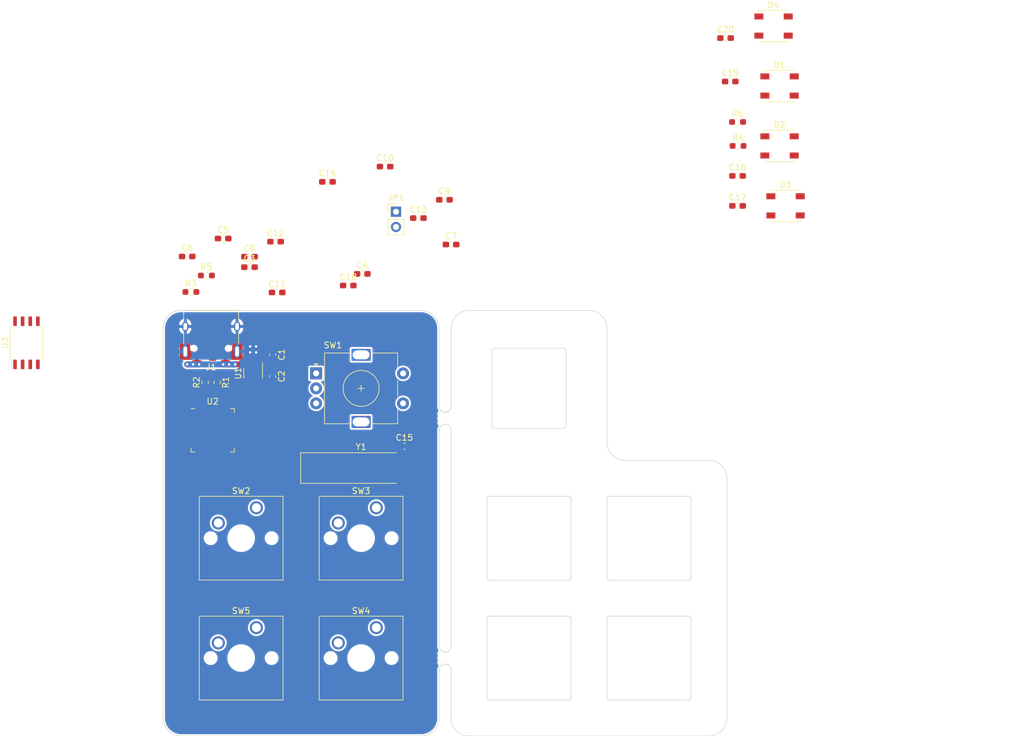
<source format=kicad_pcb>
(kicad_pcb (version 20211014) (generator pcbnew)
  (layers (0 "F.Cu" signal) (31 "B.Cu" signal) (34 "B.Paste" user) (35 "F.Paste" user) (36 "B.SilkS" user "B.Silkscreen") (37 "F.SilkS" user "F.Silkscreen") (38 "B.Mask" user) (39 "F.Mask" user) (44 "Edge.Cuts" user))
  (net 0 "")
  (net 1 "+5V")
  (net 2 "GND")
  (net 3 "+3V3")
  (net 4 "+1V1")
  (net 5 "/X_{IN}")
  (net 6 "Net-(C15-Pad1)")
  (net 7 "Net-(D1-Pad2)")
  (net 8 "Net-(D1-Pad4)")
  (net 9 "Net-(D2-Pad2)")
  (net 10 "Net-(D3-Pad2)")
  (net 11 "/D_{LED}")
  (net 13 "/D_{USB}-")
  (net 14 "/D_{USB}+")
  (net 18 "Net-(JP1-Pad1)")
  (net 19 "Net-(R1-Pad2)")
  (net 20 "Net-(R2-Pad1)")
  (net 21 "/X_{OUT}")
  (net 22 "/QSPI_{SS}")
  (net 23 "/R_{A}")
  (net 24 "/R_{B}")
  (net 25 "/R_{BTN}")
  (net 26 "/SW_{1}")
  (net 27 "/SW_{2}")
  (net 28 "/SW_{3}")
  (net 29 "/SW_{4}")
  (net 41 "+3.3V")
  (net 56 "/QSPI_{SD}3")
  (net 57 "/QSPI_{SCLK}")
  (net 58 "/QSPI_{SD}0")
  (net 59 "/QSPI_{SD}2")
  (net 60 "/QSPI_{SD}1")
  (footprint "Resistor_SMD:R_0603_1608Metric_Pad0.98x0.95mm_HandSolder" (layer "F.Cu") (at 192.77 40.55)
    (fp_text reference "R6" (at 0 -1.43) (layer "F.SilkS"))
    (fp_text value "500")
    (pad "1" smd roundrect (at -0.9125 0) (size 0.975 0.95) (layers "F.Cu" "F.Paste" "F.Mask") (net 11 "/D_{LED}"))
    (pad "2" smd roundrect (at 0.9125 0) (size 0.975 0.95) (layers "F.Cu" "F.Paste" "F.Mask") (net 2 "GND"))
  )
  (footprint "Capacitor_SMD:C_0603_1608Metric_Pad1.08x0.95mm_HandSolder" (layer "F.Cu") (at 101 63)
    (fp_text reference "C6" (at 0 -1.43) (layer "F.SilkS"))
    (fp_text value "100nF")
    (pad "1" smd roundrect (at -0.8625 0) (size 1.075 0.95) (layers "F.Cu" "F.Paste" "F.Mask") (net 3 "+3V3"))
    (pad "2" smd roundrect (at 0.8625 0) (size 1.075 0.95) (layers "F.Cu" "F.Paste" "F.Mask") (net 2 "GND"))
  )
  (footprint "Capacitor_SMD:C_0603_1608Metric_Pad1.08x0.95mm_HandSolder" (layer "F.Cu") (at 130.2 65.9)
    (fp_text reference "C4" (at 0 -1.43) (layer "F.SilkS"))
    (fp_text value "100nF")
    (pad "1" smd roundrect (at -0.8625 0) (size 1.075 0.95) (layers "F.Cu" "F.Paste" "F.Mask") (net 3 "+3V3"))
    (pad "2" smd roundrect (at 0.8625 0) (size 1.075 0.95) (layers "F.Cu" "F.Paste" "F.Mask") (net 2 "GND"))
  )
  (footprint "Rotary_Encoder:RotaryEncoder_Alps_EC11E-Switch_Vertical_H20mm" (layer "F.Cu") (at 122.5 82.5)
    (fp_text reference "SW1" (at 2.8 -4.7) (layer "F.SilkS"))
    (fp_text value "PEC12R-4025F-S0024")
    (pad "A" thru_hole rect (at 0 0) (size 2 2) (drill 1) (layers *.Cu *.Mask) (net 23 "/R_{A}"))
    (pad "B" thru_hole circle (at 0 5) (size 2 2) (drill 1) (layers *.Cu *.Mask) (net 24 "/R_{B}"))
    (pad "C" thru_hole circle (at 0 2.5) (size 2 2) (drill 1) (layers *.Cu *.Mask) (net 3 "+3V3"))
    (pad "MP" thru_hole rect (at 7.5 8.1) (size 3.2 2) (drill oval 2.8 1.5) (layers *.Cu *.Mask))
    (pad "MP" thru_hole rect (at 7.5 -3.1) (size 3.2 2) (drill oval 2.8 1.5) (layers *.Cu *.Mask))
    (pad "S1" thru_hole circle (at 14.5 5) (size 2 2) (drill 1) (layers *.Cu *.Mask) (net 3 "+3V3"))
    (pad "S2" thru_hole circle (at 14.5 0) (size 2 2) (drill 1) (layers *.Cu *.Mask) (net 25 "/R_{BTN}"))
  )
  (footprint "Capacitor_SMD:C_0603_1608Metric_Pad1.08x0.95mm_HandSolder" (layer "F.Cu") (at 190.77 26.55)
    (fp_text reference "C20" (at 0 -1.43) (layer "F.SilkS"))
    (fp_text value "100nF")
    (pad "1" smd roundrect (at -0.8625 0) (size 1.075 0.95) (layers "F.Cu" "F.Paste" "F.Mask") (net 1 "+5V"))
    (pad "2" smd roundrect (at 0.8625 0) (size 1.075 0.95) (layers "F.Cu" "F.Paste" "F.Mask") (net 2 "GND"))
  )
  (footprint "Capacitor_SMD:C_0603_1608Metric_Pad1.08x0.95mm_HandSolder" (layer "F.Cu") (at 115.25 83 90)
    (fp_text reference "C2" (at 0 1.5 90) (layer "F.SilkS"))
    (fp_text value "1uF")
    (pad "1" smd roundrect (at -0.8625 0 90) (size 1.075 0.95) (layers "F.Cu" "F.Paste" "F.Mask") (net 3 "+3V3"))
    (pad "2" smd roundrect (at 0.8625 0 90) (size 1.075 0.95) (layers "F.Cu" "F.Paste" "F.Mask") (net 2 "GND"))
  )
  (footprint "Capacitor_SMD:C_0603_1608Metric_Pad1.08x0.95mm_HandSolder" (layer "F.Cu") (at 127.86 67.84)
    (fp_text reference "C18" (at 0 -1.43) (layer "F.SilkS"))
    (fp_text value "100nF")
    (pad "1" smd roundrect (at -0.8625 0) (size 1.075 0.95) (layers "F.Cu" "F.Paste" "F.Mask") (net 3 "+3V3"))
    (pad "2" smd roundrect (at 0.8625 0) (size 1.075 0.95) (layers "F.Cu" "F.Paste" "F.Mask") (net 2 "GND"))
  )
  (footprint "Package_TO_SOT_SMD:SOT-23-5" (layer "F.Cu") (at 112 82.5 -90)
    (fp_text reference "U1" (at 0 2.5 90) (layer "F.SilkS"))
    (fp_text value "MIC5317-3.3ZD5-TR")
    (pad "1" smd roundrect (at -1.1375 -0.95 270) (size 1.325 0.6) (layers "F.Cu" "F.Paste" "F.Mask") (net 1 "+5V"))
    (pad "2" smd roundrect (at -1.1375 0 270) (size 1.325 0.6) (layers "F.Cu" "F.Paste" "F.Mask") (net 2 "GND"))
    (pad "3" smd roundrect (at -1.1375 0.95 270) (size 1.325 0.6) (layers "F.Cu" "F.Paste" "F.Mask") (net 1 "+5V"))
    (pad "4" smd roundrect (at 1.1375 0.95 270) (size 1.325 0.6) (layers "F.Cu" "F.Paste" "F.Mask"))
    (pad "5" smd roundrect (at 1.1375 -0.95 270) (size 1.325 0.6) (layers "F.Cu" "F.Paste" "F.Mask") (net 3 "+3V3"))
  )
  (footprint "Crystal:Crystal_SMD_HC49-SD_HandSoldering" (layer "F.Cu") (at 130 98.3)
    (fp_text reference "Y1" (at 0 -3.55) (layer "F.SilkS"))
    (fp_text value "ABLS-12.000MHZ-B4-T")
    (pad "1" smd rect (at -5.9375 0) (size 7.875 2) (layers "F.Cu" "F.Paste" "F.Mask") (net 5 "/X_{IN}"))
    (pad "2" smd rect (at 5.9375 0) (size 7.875 2) (layers "F.Cu" "F.Paste" "F.Mask") (net 6 "Net-(C15-Pad1)"))
  )
  (footprint "Connector_PinHeader_2.54mm:PinHeader_1x02_P2.54mm_Vertical" (layer "F.Cu") (at 135.82 55.53)
    (fp_text reference "JP1" (at 0 -2.33) (layer "F.SilkS"))
    (fp_text value "Jumper_2_Open")
    (pad "1" thru_hole rect (at 0 0) (size 1.7 1.7) (drill 1) (layers *.Cu *.Mask) (net 18 "Net-(JP1-Pad1)"))
    (pad "2" thru_hole oval (at 0 2.54) (size 1.7 1.7) (drill 1) (layers *.Cu *.Mask) (net 2 "GND"))
  )
  (footprint "LED_SMD:LED_Inolux_IN-PI554FCH_PLCC4_5.0x5.0mm_P3.2mm" (layer "F.Cu") (at 199.77 34.55)
    (fp_text reference "D1" (at 0 -3.5) (layer "F.SilkS"))
    (fp_text value "IN-PI15TAT")
    (pad "1" smd rect (at -2.45 -1.6) (size 1.5 1) (layers "F.Cu" "F.Paste" "F.Mask") (net 2 "GND"))
    (pad "2" smd rect (at -2.45 1.6) (size 1.5 1) (layers "F.Cu" "F.Paste" "F.Mask") (net 7 "Net-(D1-Pad2)"))
    (pad "3" smd rect (at 2.45 1.6) (size 1.5 1) (layers "F.Cu" "F.Paste" "F.Mask") (net 1 "+5V"))
    (pad "4" smd rect (at 2.45 -1.6) (size 1.5 1) (layers "F.Cu" "F.Paste" "F.Mask") (net 8 "Net-(D1-Pad4)"))
  )
  (footprint "Capacitor_SMD:C_0603_1608Metric_Pad1.08x0.95mm_HandSolder" (layer "F.Cu") (at 107 60)
    (fp_text reference "C5" (at 0 -1.43) (layer "F.SilkS"))
    (fp_text value "100nF")
    (pad "1" smd roundrect (at -0.8625 0) (size 1.075 0.95) (layers "F.Cu" "F.Paste" "F.Mask") (net 3 "+3V3"))
    (pad "2" smd roundrect (at 0.8625 0) (size 1.075 0.95) (layers "F.Cu" "F.Paste" "F.Mask") (net 2 "GND"))
  )
  (footprint "Capacitor_SMD:C_0603_1608Metric_Pad1.08x0.95mm_HandSolder" (layer "F.Cu") (at 111.39 64.78)
    (fp_text reference "C3" (at 0 -1.43) (layer "F.SilkS"))
    (fp_text value "100nF")
    (pad "1" smd roundrect (at -0.8625 0) (size 1.075 0.95) (layers "F.Cu" "F.Paste" "F.Mask") (net 3 "+3V3"))
    (pad "2" smd roundrect (at 0.8625 0) (size 1.075 0.95) (layers "F.Cu" "F.Paste" "F.Mask") (net 2 "GND"))
  )
  (footprint "Resistor_SMD:R_0603_1608Metric_Pad0.98x0.95mm_HandSolder" (layer "F.Cu") (at 104.21 66.17)
    (fp_text reference "R5" (at 0 -1.43) (layer "F.SilkS"))
    (fp_text value "1k")
    (pad "1" smd roundrect (at -0.9125 0) (size 0.975 0.95) (layers "F.Cu" "F.Paste" "F.Mask") (net 18 "Net-(JP1-Pad1)"))
    (pad "2" smd roundrect (at 0.9125 0) (size 0.975 0.95) (layers "F.Cu" "F.Paste" "F.Mask") (net 22 "/QSPI_{SS}"))
  )
  (footprint "Capacitor_SMD:C_0603_1608Metric_Pad1.08x0.95mm_HandSolder" (layer "F.Cu") (at 124.39 50.54)
    (fp_text reference "C14" (at 0 -1.43) (layer "F.SilkS"))
    (fp_text value "27pF")
    (pad "1" smd roundrect (at -0.8625 0) (size 1.075 0.95) (layers "F.Cu" "F.Paste" "F.Mask") (net 5 "/X_{IN}"))
    (pad "2" smd roundrect (at 0.8625 0) (size 1.075 0.95) (layers "F.Cu" "F.Paste" "F.Mask") (net 2 "GND"))
  )
  (footprint "Capacitor_SMD:C_0603_1608Metric_Pad1.08x0.95mm_HandSolder" (layer "F.Cu") (at 116 69)
    (fp_text reference "C11" (at 0 -1.43) (layer "F.SilkS"))
    (fp_text value "1uF")
    (pad "1" smd roundrect (at -0.8625 0) (size 1.075 0.95) (layers "F.Cu" "F.Paste" "F.Mask") (net 4 "+1V1"))
    (pad "2" smd roundrect (at 0.8625 0) (size 1.075 0.95) (layers "F.Cu" "F.Paste" "F.Mask") (net 2 "GND"))
  )
  (footprint "LED_SMD:LED_Inolux_IN-PI554FCH_PLCC4_5.0x5.0mm_P3.2mm" (layer "F.Cu") (at 200.77 54.55)
    (fp_text reference "D3" (at 0 -3.5) (layer "F.SilkS"))
    (fp_text value "IN-PI15TAT")
    (pad "1" smd rect (at -2.45 -1.6) (size 1.5 1) (layers "F.Cu" "F.Paste" "F.Mask") (net 2 "GND"))
    (pad "2" smd rect (at -2.45 1.6) (size 1.5 1) (layers "F.Cu" "F.Paste" "F.Mask") (net 10 "Net-(D3-Pad2)"))
    (pad "3" smd rect (at 2.45 1.6) (size 1.5 1) (layers "F.Cu" "F.Paste" "F.Mask") (net 1 "+5V"))
    (pad "4" smd rect (at 2.45 -1.6) (size 1.5 1) (layers "F.Cu" "F.Paste" "F.Mask") (net 9 "Net-(D2-Pad2)"))
  )
  (footprint "Capacitor_SMD:C_0603_1608Metric_Pad1.08x0.95mm_HandSolder" (layer "F.Cu") (at 134 48)
    (fp_text reference "C10" (at 0 -1.43) (layer "F.SilkS"))
    (fp_text value "1uF")
    (pad "1" smd roundrect (at -0.8625 0) (size 1.075 0.95) (layers "F.Cu" "F.Paste" "F.Mask") (net 3 "+3V3"))
    (pad "2" smd roundrect (at 0.8625 0) (size 1.075 0.95) (layers "F.Cu" "F.Paste" "F.Mask") (net 2 "GND"))
  )
  (footprint "Capacitor_SMD:C_0603_1608Metric_Pad1.08x0.95mm_HandSolder" (layer "F.Cu") (at 111.39 63.03)
    (fp_text reference "C8" (at 0 -1.43) (layer "F.SilkS"))
    (fp_text value "100nF")
    (pad "1" smd roundrect (at -0.8625 0) (size 1.075 0.95) (layers "F.Cu" "F.Paste" "F.Mask") (net 3 "+3V3"))
    (pad "2" smd roundrect (at 0.8625 0) (size 1.075 0.95) (layers "F.Cu" "F.Paste" "F.Mask") (net 2 "GND"))
  )
  (footprint "Capacitor_SMD:C_0603_1608Metric_Pad1.08x0.95mm_HandSolder" (layer "F.Cu") (at 115.25 79.3625 90)
    (fp_text reference "C1" (at 0 1.5 90) (layer "F.SilkS"))
    (fp_text value "1uF")
    (pad "1" smd roundrect (at -0.8625 0 90) (size 1.075 0.95) (layers "F.Cu" "F.Paste" "F.Mask") (net 1 "+5V"))
    (pad "2" smd roundrect (at 0.8625 0 90) (size 1.075 0.95) (layers "F.Cu" "F.Paste" "F.Mask") (net 2 "GND"))
  )
  (footprint "Capacitor_SMD:C_0603_1608Metric_Pad1.08x0.95mm_HandSolder" (layer "F.Cu") (at 191.55 33.8)
    (fp_text reference "C19" (at 0 -1.43) (layer "F.SilkS"))
    (fp_text value "100nF")
    (pad "1" smd roundrect (at -0.8625 0) (size 1.075 0.95) (layers "F.Cu" "F.Paste" "F.Mask") (net 1 "+5V"))
    (pad "2" smd roundrect (at 0.8625 0) (size 1.075 0.95) (layers "F.Cu" "F.Paste" "F.Mask") (net 2 "GND"))
  )
  (footprint "Panelization:mouse-bite-2mm-slot" (layer "F.Cu") (at 144 130 90)
    (fp_text reference "mouse-bite-2mm-slot" hide)
    (fp_text value "VAL**" hide)
    (pad "" np_thru_hole circle locked (at -0.75 0.75 90) (size 0.5 0.5) (drill 0.5) (layers *.Cu *.Mask))
    (pad "" np_thru_hole circle locked (at 0.75 -0.75 90) (size 0.5 0.5) (drill 0.5) (layers *.Cu *.Mask))
    (pad "" np_thru_hole circle locked (at 0.75 0.75 90) (size 0.5 0.5) (drill 0.5) (layers *.Cu *.Mask))
    (pad "" np_thru_hole circle locked (at -0.75 -0.75 90) (size 0.5 0.5) (drill 0.5) (layers *.Cu *.Mask))
    (pad "" np_thru_hole circle locked (at 0 0.75 90) (size 0.5 0.5) (drill 0.5) (layers *.Cu *.Mask))
    (pad "" np_thru_hole circle locked (at 0 -0.75 90) (size 0.5 0.5) (drill 0.5) (layers *.Cu *.Mask))
  )
  (footprint "Resistor_SMD:R_0603_1608Metric_Pad0.98x0.95mm_HandSolder" (layer "F.Cu") (at 101.62 68.91)
    (fp_text reference "R3" (at 0 -1.43) (layer "F.SilkS"))
    (fp_text value "1k")
    (pad "1" smd roundrect (at -0.9125 0) (size 0.975 0.95) (layers "F.Cu" "F.Paste" "F.Mask") (net 6 "Net-(C15-Pad1)"))
    (pad "2" smd roundrect (at 0.9125 0) (size 0.975 0.95) (layers "F.Cu" "F.Paste" "F.Mask") (net 21 "/X_{OUT}"))
  )
  (footprint "Package_DFN_QFN:QFN-56-1EP_7x7mm_P0.4mm_EP3.2x3.2mm" (layer "F.Cu") (at 105.25 92)
    (fp_text reference "U2" (at 0 -4.82) (layer "F.SilkS"))
    (fp_text value "RP2040")
    (pad "1" smd roundrect locked (at -3.4375 -2.6) (size 0.875 0.2) (layers "F.Cu" "F.Paste" "F.Mask") (net 3 "+3V3"))
    (pad "2" smd roundrect locked (at -3.4375 -2.2) (size 0.875 0.2) (layers "F.Cu" "F.Paste" "F.Mask") (net 11 "/D_{LED}"))
    (pad "3" smd roundrect locked (at -3.4375 -1.8) (size 0.875 0.2) (layers "F.Cu" "F.Paste" "F.Mask") (net 26 "/SW_{1}"))
    (pad "4" smd roundrect locked (at -3.4375 -1.4) (size 0.875 0.2) (layers "F.Cu" "F.Paste" "F.Mask") (net 27 "/SW_{2}"))
    (pad "5" smd roundrect locked (at -3.4375 -1) (size 0.875 0.2) (layers "F.Cu" "F.Paste" "F.Mask") (net 28 "/SW_{3}"))
    (pad "6" smd roundrect locked (at -3.4375 -0.6) (size 0.875 0.2) (layers "F.Cu" "F.Paste" "F.Mask") (net 29 "/SW_{4}"))
    (pad "7" smd roundrect locked (at -3.4375 -0.2) (size 0.875 0.2) (layers "F.Cu" "F.Paste" "F.Mask") (net 23 "/R_{A}"))
    (pad "8" smd roundrect locked (at -3.4375 0.2) (size 0.875 0.2) (layers "F.Cu" "F.Paste" "F.Mask") (net 24 "/R_{B}"))
    (pad "9" smd roundrect locked (at -3.4375 0.6) (size 0.875 0.2) (layers "F.Cu" "F.Paste" "F.Mask") (net 25 "/R_{BTN}"))
    (pad "10" smd roundrect locked (at -3.4375 1) (size 0.875 0.2) (layers "F.Cu" "F.Paste" "F.Mask") (net 3 "+3V3"))
    (pad "11" smd roundrect locked (at -3.4375 1.4) (size 0.875 0.2) (layers "F.Cu" "F.Paste" "F.Mask"))
    (pad "12" smd roundrect locked (at -3.4375 1.8) (size 0.875 0.2) (layers "F.Cu" "F.Paste" "F.Mask"))
    (pad "13" smd roundrect locked (at -3.4375 2.2) (size 0.875 0.2) (layers "F.Cu" "F.Paste" "F.Mask"))
    (pad "14" smd roundrect locked (at -3.4375 2.6) (size 0.875 0.2) (layers "F.Cu" "F.Paste" "F.Mask"))
    (pad "15" smd roundrect locked (at -2.6 3.4375) (size 0.2 0.875) (layers "F.Cu" "F.Paste" "F.Mask"))
    (pad "16" smd roundrect locked (at -2.2 3.4375) (size 0.2 0.875) (layers "F.Cu" "F.Paste" "F.Mask"))
    (pad "17" smd roundrect locked (at -1.8 3.4375) (size 0.2 0.875) (layers "F.Cu" "F.Paste" "F.Mask"))
    (pad "18" smd roundrect locked (at -1.4 3.4375) (size 0.2 0.875) (layers "F.Cu" "F.Paste" "F.Mask"))
    (pad "19" smd roundrect locked (at -1 3.4375) (size 0.2 0.875) (layers "F.Cu" "F.Paste" "F.Mask") (net 2 "GND"))
    (pad "20" smd roundrect locked (at -0.6 3.4375) (size 0.2 0.875) (layers "F.Cu" "F.Paste" "F.Mask") (net 5 "/X_{IN}"))
    (pad "21" smd roundrect locked (at -0.2 3.4375) (size 0.2 0.875) (layers "F.Cu" "F.Paste" "F.Mask") (net 21 "/X_{OUT}"))
    (pad "22" smd roundrect locked (at 0.2 3.4375) (size 0.2 0.875) (layers "F.Cu" "F.Paste" "F.Mask") (net 3 "+3V3"))
    (pad "23" smd roundrect locked (at 0.6 3.4375) (size 0.2 0.875) (layers "F.Cu" "F.Paste" "F.Mask") (net 4 "+1V1"))
    (pad "24" smd roundrect locked (at 1 3.4375) (size 0.2 0.875) (layers "F.Cu" "F.Paste" "F.Mask"))
    (pad "25" smd roundrect locked (at 1.4 3.4375) (size 0.2 0.875) (layers "F.Cu" "F.Paste" "F.Mask"))
    (pad "26" smd roundrect locked (at 1.8 3.4375) (size 0.2 0.875) (layers "F.Cu" "F.Paste" "F.Mask") (net 41 "+3.3V"))
    (pad "27" smd roundrect locked (at 2.2 3.4375) (size 0.2 0.875) (layers "F.Cu" "F.Paste" "F.Mask"))
    (pad "28" smd roundrect locked (at 2.6 3.4375) (size 0.2 0.875) (layers "F.Cu" "F.Paste" "F.Mask"))
    (pad "29" smd roundrect locked (at 3.4375 2.6) (size 0.875 0.2) (layers "F.Cu" "F.Paste" "F.Mask"))
    (pad "30" smd roundrect locked (at 3.4375 2.2) (size 0.875 0.2) (layers "F.Cu" "F.Paste" "F.Mask"))
    (pad "31" smd roundrect locked (at 3.4375 1.8) (size 0.875 0.2) (layers "F.Cu" "F.Paste" "F.Mask"))
    (pad "32" smd roundrect locked (at 3.4375 1.4) (size 0.875 0.2) (layers "F.Cu" "F.Paste" "F.Mask"))
    (pad "33" smd roundrect locked (at 3.4375 1) (size 0.875 0.2) (layers "F.Cu" "F.Paste" "F.Mask") (net 3 "+3V3"))
    (pad "34" smd roundrect locked (at 3.4375 0.6) (size 0.875 0.2) (layers "F.Cu" "F.Paste" "F.Mask"))
    (pad "35" smd roundrect locked (at 3.4375 0.2) (size 0.875 0.2) (layers "F.Cu" "F.Paste" "F.Mask"))
    (pad "36" smd roundrect locked (at 3.4375 -0.2) (size 0.875 0.2) (layers "F.Cu" "F.Paste" "F.Mask"))
    (pad "37" smd roundrect locked (at 3.4375 -0.6) (size 0.875 0.2) (layers "F.Cu" "F.Paste" "F.Mask"))
    (pad "38" smd roundrect locked (at 3.4375 -1) (size 0.875 0.2) (layers "F.Cu" "F.Paste" "F.Mask"))
    (pad "39" smd roundrect locked (at 3.4375 -1.4) (size 0.875 0.2) (layers "F.Cu" "F.Paste" "F.Mask"))
    (pad "40" smd roundrect locked (at 3.4375 -1.8) (size 0.875 0.2) (layers "F.Cu" "F.Paste" "F.Mask"))
    (pad "41" smd roundrect locked (at 3.4375 -2.2) (size 0.875 0.2) (layers "F.Cu" "F.Paste" "F.Mask"))
    (pad "42" smd roundrect locked (at 3.4375 -2.6) (size 0.875 0.2) (layers "F.Cu" "F.Paste" "F.Mask") (net 3 "+3V3"))
    (pad "43" smd roundrect locked (at 2.6 -3.4375) (size 0.2 0.875) (layers "F.Cu" "F.Paste" "F.Mask") (net 3 "+3V3"))
    (pad "44" smd roundrect locked (at 2.2 -3.4375) (size 0.2 0.875) (layers "F.Cu" "F.Paste" "F.Mask") (net 3 "+3V3"))
    (pad "45" smd roundrect locked (at 1.8 -3.4375) (size 0.2 0.875) (layers "F.Cu" "F.Paste" "F.Mask") (net 4 "+1V1"))
    (pad "46" smd roundrect locked (at 1.4 -3.4375) (size 0.2 0.875) (layers "F.Cu" "F.Paste" "F.Mask") (net 20 "Net-(R2-Pad1)"))
    (pad "47" smd roundrect locked (at 1 -3.4375) (size 0.2 0.875) (layers "F.Cu" "F.Paste" "F.Mask") (net 19 "Net-(R1-Pad2)"))
    (pad "48" smd roundrect locked (at 0.6 -3.4375) (size 0.2 0.875) (layers "F.Cu" "F.Paste" "F.Mask") (net 3 "+3V3"))
    (pad "49" smd roundrect locked (at 0.2 -3.4375) (size 0.2 0.875) (layers "F.Cu" "F.Paste" "F.Mask") (net 3 "+3V3"))
    (pad "50" smd roundrect locked (at -0.2 -3.4375) (size 0.2 0.875) (layers "F.Cu" "F.Paste" "F.Mask") (net 4 "+1V1"))
    (pad "51" smd roundrect locked (at -0.6 -3.4375) (size 0.2 0.875) (layers "F.Cu" "F.Paste" "F.Mask") (net 56 "/QSPI_{SD}3"))
    (pad "52" smd roundrect locked (at -1 -3.4375) (size 0.2 0.875) (layers "F.Cu" "F.Paste" "F.Mask") (net 57 "/QSPI_{SCLK}"))
    (pad "53" smd roundrect locked (at -1.4 -3.4375) (size 0.2 0.875) (layers "F.Cu" "F.Paste" "F.Mask") (net 58 "/QSPI_{SD}0"))
    (pad "54" smd roundrect locked (at -1.8 -3.4375) (size 0.2 0.875) (layers "F.Cu" "F.Paste" "F.Mask") (net 59 "/QSPI_{SD}2"))
    (pad "55" smd roundrect locked (at -2.2 -3.4375) (size 0.2 0.875) (layers "F.Cu" "F.Paste" "F.Mask") (net 60 "/QSPI_{SD}1"))
    (pad "56" smd roundrect locked (at -2.6 -3.4375) (size 0.2 0.875) (layers "F.Cu" "F.Paste" "F.Mask") (net 22 "/QSPI_{SS}"))
    (pad "57" smd rect locked (at 0 0) (size 3.2 3.2) (layers "F.Cu" "F.Mask") (net 2 "GND"))
  )
  (footprint "Capacitor_SMD:C_0603_1608Metric_Pad1.08x0.95mm_HandSolder" (layer "F.Cu") (at 192.77 54.55)
    (fp_text reference "C17" (at 0 -1.43) (layer "F.SilkS"))
    (fp_text value "100nF")
    (pad "1" smd roundrect (at -0.8625 0) (size 1.075 0.95) (layers "F.Cu" "F.Paste" "F.Mask") (net 1 "+5V"))
    (pad "2" smd roundrect (at 0.8625 0) (size 1.075 0.95) (layers "F.Cu" "F.Paste" "F.Mask") (net 2 "GND"))
  )
  (footprint "Package_SO:SOIC-8_5.23x5.23mm_P1.27mm" (layer "F.Cu") (at 74.2 77.4 90)
    (fp_text reference "U3" (at 0 -3.56 90) (layer "F.SilkS"))
    (fp_text value "W25Q128JVSIQ")
    (pad "1" smd roundrect (at -3.6 -1.905 90) (size 1.6 0.6) (layers "F.Cu" "F.Paste" "F.Mask") (net 22 "/QSPI_{SS}"))
    (pad "2" smd roundrect (at -3.6 -0.635 90) (size 1.6 0.6) (layers "F.Cu" "F.Paste" "F.Mask") (net 60 "/QSPI_{SD}1"))
    (pad "3" smd roundrect (at -3.6 0.635 90) (size 1.6 0.6) (layers "F.Cu" "F.Paste" "F.Mask") (net 59 "/QSPI_{SD}2"))
    (pad "4" smd roundrect (at -3.6 1.905 90) (size 1.6 0.6) (layers "F.Cu" "F.Paste" "F.Mask") (net 2 "GND"))
    (pad "5" smd roundrect (at 3.6 1.905 90) (size 1.6 0.6) (layers "F.Cu" "F.Paste" "F.Mask") (net 58 "/QSPI_{SD}0"))
    (pad "6" smd roundrect (at 3.6 0.635 90) (size 1.6 0.6) (layers "F.Cu" "F.Paste" "F.Mask") (net 57 "/QSPI_{SCLK}"))
    (pad "7" smd roundrect (at 3.6 -0.635 90) (size 1.6 0.6) (layers "F.Cu" "F.Paste" "F.Mask") (net 56 "/QSPI_{SD}3"))
    (pad "8" smd roundrect (at 3.6 -1.905 90) (size 1.6 0.6) (layers "F.Cu" "F.Paste" "F.Mask") (net 3 "+3V3"))
  )
  (footprint "LED_SMD:LED_Inolux_IN-PI554FCH_PLCC4_5.0x5.0mm_P3.2mm" (layer "F.Cu") (at 198.77 24.55)
    (fp_text reference "D4" (at 0 -3.5) (layer "F.SilkS"))
    (fp_text value "IN-PI15TAT")
    (pad "1" smd rect (at -2.45 -1.6) (size 1.5 1) (layers "F.Cu" "F.Paste" "F.Mask") (net 2 "GND"))
    (pad "2" smd rect (at -2.45 1.6) (size 1.5 1) (layers "F.Cu" "F.Paste" "F.Mask") (net 11 "/D_{LED}"))
    (pad "3" smd rect (at 2.45 1.6) (size 1.5 1) (layers "F.Cu" "F.Paste" "F.Mask") (net 1 "+5V"))
    (pad "4" smd rect (at 2.45 -1.6) (size 1.5 1) (layers "F.Cu" "F.Paste" "F.Mask") (net 10 "Net-(D3-Pad2)"))
  )
  (footprint "LED_SMD:LED_Inolux_IN-PI554FCH_PLCC4_5.0x5.0mm_P3.2mm" (layer "F.Cu") (at 199.77 44.55)
    (fp_text reference "D2" (at 0 -3.5) (layer "F.SilkS"))
    (fp_text value "IN-PI15TAT")
    (pad "1" smd rect (at -2.45 -1.6) (size 1.5 1) (layers "F.Cu" "F.Paste" "F.Mask") (net 2 "GND"))
    (pad "2" smd rect (at -2.45 1.6) (size 1.5 1) (layers "F.Cu" "F.Paste" "F.Mask") (net 9 "Net-(D2-Pad2)"))
    (pad "3" smd rect (at 2.45 1.6) (size 1.5 1) (layers "F.Cu" "F.Paste" "F.Mask") (net 1 "+5V"))
    (pad "4" smd rect (at 2.45 -1.6) (size 1.5 1) (layers "F.Cu" "F.Paste" "F.Mask") (net 7 "Net-(D1-Pad2)"))
  )
  (footprint "Capacitor_SMD:C_0603_1608Metric_Pad1.08x0.95mm_HandSolder" (layer "F.Cu") (at 192.77 49.55)
    (fp_text reference "C16" (at 0 -1.43) (layer "F.SilkS"))
    (fp_text value "100nF")
    (pad "1" smd roundrect (at -0.8625 0) (size 1.075 0.95) (layers "F.Cu" "F.Paste" "F.Mask") (net 1 "+5V"))
    (pad "2" smd roundrect (at 0.8625 0) (size 1.075 0.95) (layers "F.Cu" "F.Paste" "F.Mask") (net 2 "GND"))
  )
  (footprint "Panelization:mouse-bite-2mm-slot" (layer "F.Cu") (at 144 90 90)
    (fp_text reference "mouse-bite-2mm-slot" hide)
    (fp_text value "VAL**" hide)
    (pad "" np_thru_hole circle locked (at -0.75 -0.75 90) (size 0.5 0.5) (drill 0.5) (layers *.Cu *.Mask))
    (pad "" np_thru_hole circle locked (at 0 -0.75 90) (size 0.5 0.5) (drill 0.5) (layers *.Cu *.Mask))
    (pad "" np_thru_hole circle locked (at -0.75 0.75 90) (size 0.5 0.5) (drill 0.5) (layers *.Cu *.Mask))
    (pad "" np_thru_hole circle locked (at 0 0.75 90) (size 0.5 0.5) (drill 0.5) (layers *.Cu *.Mask))
    (pad "" np_thru_hole circle locked (at 0.75 0.75 90) (size 0.5 0.5) (drill 0.5) (layers *.Cu *.Mask))
    (pad "" np_thru_hole circle locked (at 0.75 -0.75 90) (size 0.5 0.5) (drill 0.5) (layers *.Cu *.Mask))
  )
  (footprint "Capacitor_SMD:C_0603_1608Metric_Pad1.08x0.95mm_HandSolder" (layer "F.Cu") (at 145 61)
    (fp_text reference "C7" (at 0 -1.43) (layer "F.SilkS"))
    (fp_text value "100nF")
    (pad "1" smd roundrect (at -0.8625 0) (size 1.075 0.95) (layers "F.Cu" "F.Paste" "F.Mask") (net 3 "+3V3"))
    (pad "2" smd roundrect (at 0.8625 0) (size 1.075 0.95) (layers "F.Cu" "F.Paste" "F.Mask") (net 2 "GND"))
  )
  (footprint "Button_Switch_Keyboard:SW_Cherry_MX_1.00u_PCB" (layer "F.Cu") (at 112.54 104.92)
    (fp_text reference "SW2" (at -2.54 -2.794) (layer "F.SilkS"))
    (fp_text value "MX1A-G1NA")
    (pad "" np_thru_hole circle (at -2.54 5.08) (size 4 4) (drill 4) (layers *.Cu *.Mask))
    (pad "" np_thru_hole circle (at -7.62 5.08) (size 1.7 1.7) (drill 1.7) (layers *.Cu *.Mask))
    (pad "" np_thru_hole circle (at 2.54 5.08) (size 1.7 1.7) (drill 1.7) (layers *.Cu *.Mask))
    (pad "1" thru_hole circle (at 0 0) (size 2.2 2.2) (drill 1.5) (layers *.Cu *.Mask) (net 3 "+3V3"))
    (pad "2" thru_hole circle (at -6.35 2.54) (size 2.2 2.2) (drill 1.5) (layers *.Cu *.Mask) (net 26 "/SW_{1}"))
  )
  (footprint "Resistor_SMD:R_0603_1608Metric_Pad0.98x0.95mm_HandSolder" (layer "F.Cu") (at 104 84 90)
    (fp_text reference "R2" (at 0 -1.43 90) (layer "F.SilkS"))
    (fp_text value "27.4")
    (pad "1" smd roundrect (at -0.9125 0 90) (size 0.975 0.95) (layers "F.Cu" "F.Paste" "F.Mask") (net 20 "Net-(R2-Pad1)"))
    (pad "2" smd roundrect (at 0.9125 0 90) (size 0.975 0.95) (layers "F.Cu" "F.Paste" "F.Mask") (net 13 "/D_{USB}-"))
  )
  (footprint "Capacitor_SMD:C_0603_1608Metric_Pad1.08x0.95mm_HandSolder" (layer "F.Cu") (at 143.9 53.54)
    (fp_text reference "C9" (at 0 -1.43) (layer "F.SilkS"))
    (fp_text value "100nF")
    (pad "1" smd roundrect (at -0.8625 0) (size 1.075 0.95) (layers "F.Cu" "F.Paste" "F.Mask") (net 3 "+3V3"))
    (pad "2" smd roundrect (at 0.8625 0) (size 1.075 0.95) (layers "F.Cu" "F.Paste" "F.Mask") (net 2 "GND"))
  )
  (footprint "Connector_USB:USB_C_Receptacle_XKB_U262-16XN-4BVC11" (layer "F.Cu") (at 105 75.75 180)
    (fp_text reference "J1" (at 0 -5.715) (layer "F.SilkS"))
    (fp_text value "USB_C_Receptacle_USB2.0")
    (pad "" np_thru_hole circle (at -2.89 -2.605 180) (size 0.65 0.65) (drill 0.65) (layers *.Cu *.Mask))
    (pad "" np_thru_hole circle (at 2.89 -2.605 180) (size 0.65 0.65) (drill 0.65) (layers *.Cu *.Mask))
    (pad "A1" smd rect (at -3.35 -3.67 180) (size 0.3 1.15) (layers "F.Cu" "F.Paste" "F.Mask") (net 2 "GND"))
    (pad "A4" smd rect (at -2.55 -3.67 180) (size 0.3 1.15) (layers "F.Cu" "F.Paste" "F.Mask") (net 1 "+5V"))
    (pad "A5" smd rect (at -1.25 -3.67 180) (size 0.3 1.15) (layers "F.Cu" "F.Paste" "F.Mask"))
    (pad "A6" smd rect (at -0.25 -3.67 180) (size 0.3 1.15) (layers "F.Cu" "F.Paste" "F.Mask") (net 13 "/D_{USB}-"))
    (pad "A7" smd rect (at 0.25 -3.67 180) (size 0.3 1.15) (layers "F.Cu" "F.Paste" "F.Mask") (net 14 "/D_{USB}+"))
    (pad "A8" smd rect (at 1.25 -3.67 180) (size 0.3 1.15) (layers "F.Cu" "F.Paste" "F.Mask"))
    (pad "A9" smd rect (at 2.55 -3.67 180) (size 0.3 1.15) (layers "F.Cu" "F.Paste" "F.Mask") (net 1 "+5V"))
    (pad "A12" smd rect (at 3.35 -3.67 180) (size 0.3 1.15) (layers "F.Cu" "F.Paste" "F.Mask") (net 2 "GND"))
    (pad "B1" smd rect (at 3.05 -3.67 180) (size 0.3 1.15) (layers "F.Cu" "F.Paste" "F.Mask") (net 2 "GND"))
    (pad "B4" smd rect (at 2.25 -3.67 180) (size 0.3 1.15) (layers "F.Cu" "F.Paste" "F.Mask") (net 1 "+5V"))
    (pad "B5" smd rect (at 1.75 -3.67 180) (size 0.3 1.15) (layers "F.Cu" "F.Paste" "F.Mask"))
    (pad "B6" smd rect (at 0.75 -3.67 180) (size 0.3 1.15) (layers "F.Cu" "F.Paste" "F.Mask") (net 13 "/D_{USB}-"))
    (pad "B7" smd rect (at -0.75 -3.67 180) (size 0.3 1.15) (layers "F.Cu" "F.Paste" "F.Mask") (net 14 "/D_{USB}+"))
    (pad "B8" smd rect (at -1.75 -3.67 180) (size 0.3 1.15) (layers "F.Cu" "F.Paste" "F.Mask"))
    (pad "B9" smd rect (at -2.25 -3.67 180) (size 0.3 1.15) (layers "F.Cu" "F.Paste" "F.Mask") (net 1 "+5V"))
    (pad "B12" smd rect (at -3.05 -3.67 180) (size 0.3 1.15) (layers "F.Cu" "F.Paste" "F.Mask") (net 2 "GND"))
    (pad "S1" thru_hole oval (at -4.32 1.075 180) (size 1 1.6) (drill oval 0.6 1.2) (layers *.Cu *.Mask) (net 2 "GND"))
    (pad "S1" thru_hole oval (at 4.32 -3.105 180) (size 1 2.1) (drill oval 0.6 1.7) (layers *.Cu *.Mask) (net 2 "GND"))
    (pad "S1" thru_hole oval (at 4.32 1.075 180) (size 1 1.6) (drill oval 0.6 1.2) (layers *.Cu *.Mask) (net 2 "GND"))
    (pad "S1" thru_hole oval (at -4.32 -3.105 180) (size 1 2.1) (drill oval 0.6 1.7) (layers *.Cu *.Mask) (net 2 "GND"))
  )
  (footprint "Button_Switch_Keyboard:SW_Cherry_MX_1.00u_PCB" (layer "F.Cu") (at 132.54 124.92)
    (fp_text reference "SW4" (at -2.54 -2.794) (layer "F.SilkS"))
    (fp_text value "MX1A-G1NA")
    (pad "" np_thru_hole circle (at -2.54 5.08) (size 4 4) (drill 4) (layers *.Cu *.Mask))
    (pad "" np_thru_hole circle (at 2.54 5.08) (size 1.7 1.7) (drill 1.7) (layers *.Cu *.Mask))
    (pad "" np_thru_hole circle (at -7.62 5.08) (size 1.7 1.7) (drill 1.7) (layers *.Cu *.Mask))
    (pad "1" thru_hole circle (at 0 0) (size 2.2 2.2) (drill 1.5) (layers *.Cu *.Mask) (net 3 "+3V3"))
    (pad "2" thru_hole circle (at -6.35 2.54) (size 2.2 2.2) (drill 1.5) (layers *.Cu *.Mask) (net 28 "/SW_{3}"))
  )
  (footprint "Capacitor_SMD:C_0603_1608Metric_Pad1.08x0.95mm_HandSolder" (layer "F.Cu") (at 137.225 94.65)
    (fp_text reference "C15" (at 0 -1.43) (layer "F.SilkS"))
    (fp_text value "27pF")
    (pad "1" smd roundrect (at -0.8625 0) (size 1.075 0.95) (layers "F.Cu" "F.Paste" "F.Mask") (net 6 "Net-(C15-Pad1)"))
    (pad "2" smd roundrect (at 0.8625 0) (size 1.075 0.95) (layers "F.Cu" "F.Paste" "F.Mask") (net 2 "GND"))
  )
  (footprint "Button_Switch_Keyboard:SW_Cherry_MX_1.00u_PCB" (layer "F.Cu") (at 112.54 124.92)
    (fp_text reference "SW5" (at -2.54 -2.794) (layer "F.SilkS"))
    (fp_text value "MX1A-G1NA")
    (pad "" np_thru_hole circle (at -2.54 5.08) (size 4 4) (drill 4) (layers *.Cu *.Mask))
    (pad "" np_thru_hole circle (at 2.54 5.08) (size 1.7 1.7) (drill 1.7) (layers *.Cu *.Mask))
    (pad "" np_thru_hole circle (at -7.62 5.08) (size 1.7 1.7) (drill 1.7) (layers *.Cu *.Mask))
    (pad "1" thru_hole circle (at 0 0) (size 2.2 2.2) (drill 1.5) (layers *.Cu *.Mask) (net 3 "+3V3"))
    (pad "2" thru_hole circle (at -6.35 2.54) (size 2.2 2.2) (drill 1.5) (layers *.Cu *.Mask) (net 29 "/SW_{4}"))
  )
  (footprint "Resistor_SMD:R_0603_1608Metric_Pad0.98x0.95mm_HandSolder" (layer "F.Cu") (at 192.8575 44.55)
    (fp_text reference "R4" (at 0 -1.43) (layer "F.SilkS"))
    (fp_text value "500")
    (pad "1" smd roundrect (at -0.9125 0) (size 0.975 0.95) (layers "F.Cu" "F.Paste" "F.Mask") (net 8 "Net-(D1-Pad4)"))
    (pad "2" smd roundrect (at 0.9125 0) (size 0.975 0.95) (layers "F.Cu" "F.Paste" "F.Mask") (net 2 "GND"))
  )
  (footprint "Capacitor_SMD:C_0603_1608Metric_Pad1.08x0.95mm_HandSolder" (layer "F.Cu") (at 115.74 60.52)
    (fp_text reference "C12" (at 0 -1.43) (layer "F.SilkS"))
    (fp_text value "100nF")
    (pad "1" smd roundrect (at -0.8625 0) (size 1.075 0.95) (layers "F.Cu" "F.Paste" "F.Mask") (net 4 "+1V1"))
    (pad "2" smd roundrect (at 0.8625 0) (size 1.075 0.95) (layers "F.Cu" "F.Paste" "F.Mask") (net 2 "GND"))
  )
  (footprint "Button_Switch_Keyboard:SW_Cherry_MX_1.00u_PCB" (layer "F.Cu") (at 132.54 104.92)
    (fp_text reference "SW3" (at -2.54 -2.794) (layer "F.SilkS"))
    (fp_text value "MX1A-G1NA")
    (pad "" np_thru_hole circle (at 2.54 5.08) (size 1.7 1.7) (drill 1.7) (layers *.Cu *.Mask))
    (pad "" np_thru_hole circle (at -7.62 5.08) (size 1.7 1.7) (drill 1.7) (layers *.Cu *.Mask))
    (pad "" np_thru_hole circle (at -2.54 5.08) (size 4 4) (drill 4) (layers *.Cu *.Mask))
    (pad "1" thru_hole circle (at 0 0) (size 2.2 2.2) (drill 1.5) (layers *.Cu *.Mask) (net 3 "+3V3"))
    (pad "2" thru_hole circle (at -6.35 2.54) (size 2.2 2.2) (drill 1.5) (layers *.Cu *.Mask) (net 27 "/SW_{2}"))
  )
  (footprint "Capacitor_SMD:C_0603_1608Metric_Pad1.08x0.95mm_HandSolder" (layer "F.Cu") (at 139.55 56.59)
    (fp_text reference "C13" (at 0 -1.43) (layer "F.SilkS"))
    (fp_text value "100nF")
    (pad "1" smd roundrect (at -0.8625 0) (size 1.075 0.95) (layers "F.Cu" "F.Paste" "F.Mask") (net 4 "+1V1"))
    (pad "2" smd roundrect (at 0.8625 0) (size 1.075 0.95) (layers "F.Cu" "F.Paste" "F.Mask") (net 2 "GND"))
  )
  (footprint "Resistor_SMD:R_0603_1608Metric_Pad0.98x0.95mm_HandSolder" (layer "F.Cu") (at 106 84 -90)
    (fp_text reference "R1" (at 0 -1.43 90) (layer "F.SilkS"))
    (fp_text value "27.4")
    (pad "1" smd roundrect (at -0.9125 0 270) (size 0.975 0.95) (layers "F.Cu" "F.Paste" "F.Mask") (net 14 "/D_{USB}+"))
    (pad "2" smd roundrect (at 0.9125 0 270) (size 0.975 0.95) (layers "F.Cu" "F.Paste" "F.Mask") (net 19 "Net-(R1-Pad2)"))
  )
  (gr_line (start 145 88) (end 145 75) (layer "Edge.Cuts") (width 0.1))
  (gr_line (start 171.3071 117.0069) (end 184.6929 117.0069) (layer "Edge.Cuts") (width 0.1))
  (gr_line (start 163.7 91.7) (end 152.3 91.7) (layer "Edge.Cuts") (width 0.1))
  (gr_arc (start 145 128) (mid 144 129) (end 143 128) (layer "Edge.Cuts") (width 0.1))
  (gr_line (start 145 92) (end 145 128) (layer "Edge.Cuts") (width 0.1))
  (gr_line (start 184.6929 103.0115) (end 171.3071 103.0115) (layer "Edge.Cuts") (width 0.1))
  (gr_line (start 148 143) (end 188 143) (layer "Edge.Cuts") (width 0.1))
  (gr_arc (start 145 88) (mid 144 89) (end 143 88) (layer "Edge.Cuts") (width 0.1))
  (gr_arc (start 140 72) (mid 142.12132 72.87868) (end 143 75) (layer "Edge.Cuts") (width 0.1))
  (gr_arc (start 168 72) (mid 170.12132 72.87868) (end 171 75) (layer "Edge.Cuts") (width 0.1))
  (gr_arc (start 163.7 78.3) (mid 164.053553 78.446447) (end 164.2 78.8) (layer "Edge.Cuts") (width 0.1))
  (gr_line (start 164.9977 116.7021) (end 164.9977 103.3163) (layer "Edge.Cuts") (width 0.1))
  (gr_arc (start 188 97) (mid 190.12132 97.87868) (end 191 100) (layer "Edge.Cuts") (width 0.1))
  (gr_line (start 191 140) (end 191 100) (layer "Edge.Cuts") (width 0.1))
  (gr_arc (start 171.3071 137.0069) (mid 171.091574 136.917626) (end 171.0023 136.7021) (layer "Edge.Cuts") (width 0.1))
  (gr_line (start 151.8 91.2) (end 151.8 78.8) (layer "Edge.Cuts") (width 0.1))
  (gr_arc (start 184.6929 103.0115) (mid 184.908426 103.100774) (end 184.9977 103.3163) (layer "Edge.Cuts") (width 0.1))
  (gr_line (start 164.2 78.8) (end 164.2 91.2) (layer "Edge.Cuts") (width 0.1))
  (gr_arc (start 174 97) (mid 171.87868 96.12132) (end 171 94) (layer "Edge.Cuts") (width 0.1))
  (gr_arc (start 171.0023 123.3163) (mid 171.091574 123.100774) (end 171.3071 123.0115) (layer "Edge.Cuts") (width 0.1))
  (gr_arc (start 164.9977 136.7021) (mid 164.908426 136.917626) (end 164.6929 137.0069) (layer "Edge.Cuts") (width 0.1))
  (gr_arc (start 143 92) (mid 144 91) (end 145 92) (layer "Edge.Cuts") (width 0.1))
  (gr_line (start 143 128) (end 143 92) (layer "Edge.Cuts") (width 0.1))
  (gr_line (start 151.3071 117.0069) (end 164.6929 117.0069) (layer "Edge.Cuts") (width 0.1))
  (gr_line (start 151.0023 123.3163) (end 151.0023 136.7021) (layer "Edge.Cuts") (width 0.1))
  (gr_line (start 152.3 78.3) (end 163.7 78.3) (layer "Edge.Cuts") (width 0.1))
  (gr_arc (start 184.6929 123.0115) (mid 184.908426 123.100774) (end 184.9977 123.3163) (layer "Edge.Cuts") (width 0.1))
  (gr_arc (start 184.9977 116.7021) (mid 184.908426 116.917626) (end 184.6929 117.0069) (layer "Edge.Cuts") (width 0.1))
  (gr_arc (start 171.0023 103.3163) (mid 171.091574 103.100774) (end 171.3071 103.0115) (layer "Edge.Cuts") (width 0.1))
  (gr_line (start 171 75) (end 171 94) (layer "Edge.Cuts") (width 0.1))
  (gr_line (start 151.0023 103.3163) (end 151.0023 116.7021) (layer "Edge.Cuts") (width 0.1))
  (gr_line (start 143 132) (end 143 140) (layer "Edge.Cuts") (width 0.1))
  (gr_line (start 151.3071 137.0069) (end 164.6929 137.0069) (layer "Edge.Cuts") (width 0.1))
  (gr_arc (start 164.2 91.2) (mid 164.053553 91.553553) (end 163.7 91.7) (layer "Edge.Cuts") (width 0.1))
  (gr_arc (start 100 143) (mid 97.87868 142.12132) (end 97 140) (layer "Edge.Cuts") (width 0.1))
  (gr_arc (start 143 140) (mid 142.12132 142.12132) (end 140 143) (layer "Edge.Cuts") (width 0.1))
  (gr_arc (start 151.0023 103.3163) (mid 151.091574 103.100774) (end 151.3071 103.0115) (layer "Edge.Cuts") (width 0.1))
  (gr_line (start 184.6929 123.0115) (end 171.3071 123.0115) (layer "Edge.Cuts") (width 0.1))
  (gr_arc (start 191 140) (mid 190.12132 142.12132) (end 188 143) (layer "Edge.Cuts") (width 0.1))
  (gr_arc (start 184.9977 136.7021) (mid 184.908426 136.917626) (end 184.6929 137.0069) (layer "Edge.Cuts") (width 0.1))
  (gr_line (start 140 72) (end 100 72) (layer "Edge.Cuts") (width 0.1))
  (gr_line (start 168 72) (end 148 72) (layer "Edge.Cuts") (width 0.1))
  (gr_arc (start 145 75) (mid 145.87868 72.87868) (end 148 72) (layer "Edge.Cuts") (width 0.1))
  (gr_line (start 171.0023 123.3163) (end 171.0023 136.7021) (layer "Edge.Cuts") (width 0.1))
  (gr_line (start 184.9977 116.7021) (end 184.9977 103.3163) (layer "Edge.Cuts") (width 0.1))
  (gr_line (start 164.9977 136.7021) (end 164.9977 123.3163) (layer "Edge.Cuts") (width 0.1))
  (gr_line (start 174 97) (end 188 97) (layer "Edge.Cuts") (width 0.1))
  (gr_line (start 171.0023 103.3163) (end 171.0023 116.7021) (layer "Edge.Cuts") (width 0.1))
  (gr_arc (start 151.8 78.8) (mid 151.946447 78.446447) (end 152.3 78.3) (layer "Edge.Cuts") (width 0.1))
  (gr_arc (start 143 132) (mid 144 131) (end 145 132) (layer "Edge.Cuts") (width 0.1))
  (gr_arc (start 151.3071 117.0069) (mid 151.091574 116.917626) (end 151.0023 116.7021) (layer "Edge.Cuts") (width 0.1))
  (gr_arc (start 152.3 91.7) (mid 151.946447 91.553553) (end 151.8 91.2) (layer "Edge.Cuts") (width 0.1))
  (gr_line (start 97 75) (end 97 140) (layer "Edge.Cuts") (width 0.1))
  (gr_line (start 171.3071 137.0069) (end 184.6929 137.0069) (layer "Edge.Cuts") (width 0.1))
  (gr_arc (start 151.0023 123.3163) (mid 151.091574 123.100774) (end 151.3071 123.0115) (layer "Edge.Cuts") (width 0.1))
  (gr_arc (start 151.3071 137.0069) (mid 151.091574 136.917626) (end 151.0023 136.7021) (layer "Edge.Cuts") (width 0.1))
  (gr_line (start 164.6929 123.0115) (end 151.3071 123.0115) (layer "Edge.Cuts") (width 0.1))
  (gr_arc (start 164.9977 116.7021) (mid 164.908426 116.917626) (end 164.6929 117.0069) (layer "Edge.Cuts") (width 0.1))
  (gr_arc (start 164.6929 123.0115) (mid 164.908426 123.100774) (end 164.9977 123.3163) (layer "Edge.Cuts") (width 0.1))
  (gr_arc (start 171.3071 117.0069) (mid 171.091574 116.917626) (end 171.0023 116.7021) (layer "Edge.Cuts") (width 0.1))
  (gr_line (start 100 143) (end 140 143) (layer "Edge.Cuts") (width 0.1))
  (gr_line (start 164.6929 103.0115) (end 151.3071 103.0115) (layer "Edge.Cuts") (width 0.1))
  (gr_line (start 143 75) (end 143 88) (layer "Edge.Cuts") (width 0.1))
  (gr_line (start 184.9977 136.7021) (end 184.9977 123.3163) (layer "Edge.Cuts") (width 0.1))
  (gr_line (start 145 140) (end 145 132) (layer "Edge.Cuts") (width 0.1))
  (gr_arc (start 164.6929 103.0115) (mid 164.908426 103.100774) (end 164.9977 103.3163) (layer "Edge.Cuts") (width 0.1))
  (gr_arc (start 97 75) (mid 97.87868 72.87868) (end 100 72) (layer "Edge.Cuts") (width 0.1))
  (gr_arc (start 148 143) (mid 145.87868 142.12132) (end 145 140) (layer "Edge.Cuts") (width 0.1))
  (via (at 102 81) (size 0.8) (drill 0.4) (layers "F.Cu" "B.Cu") (net 1))
  (via (at 103 81) (size 0.8) (drill 0.4) (layers "F.Cu" "B.Cu") (net 1))
  (via (at 109 81) (size 0.8) (drill 0.4) (layers "F.Cu" "B.Cu") (net 1))
  (via (at 101 81) (size 0.8) (drill 0.4) (layers "F.Cu" "B.Cu") (net 1))
  (via (at 107 81) (size 0.8) (drill 0.4) (layers "F.Cu" "B.Cu") (net 1))
  (via (at 108 81) (size 0.8) (drill 0.4) (layers "F.Cu" "B.Cu") (net 1))
  (segment (start 101 81) (end 109 81) (width 1) (layer "B.Cu") (net 1))
  (segment (start 116.25 79.5) (end 116.25 81.1375) (width 0.25) (layer "F.Cu") (net 2))
  (segment (start 112 78.5) (end 112 81.3625) (width 0.25) (layer "F.Cu") (net 2))
  (segment (start 115.25 78.5) (end 116.25 79.5) (width 0.25) (layer "F.Cu") (net 2))
  (segment (start 115.25 78.5) (end 112 78.5) (width 0.25) (layer "F.Cu") (net 2))
  (segment (start 116.25 81.1375) (end 115.25 82.1375) (width 0.25) (layer "F.Cu") (net 2))
  (via (at 111.5 79) (size 0.8) (drill 0.4) (layers "F.Cu" "B.Cu") (net 2))
  (via (at 112.5 79) (size 0.8) (drill 0.4) (layers "F.Cu" "B.Cu") (net 2))
  (via (at 111.5 78) (size 0.8) (drill 0.4) (layers "F.Cu" "B.Cu") (net 2))
  (via (at 112.5 78) (size 0.8) (drill 0.4) (layers "F.Cu" "B.Cu") (net 2))
  (segment (start 115.025 83.6375) (end 115.25 83.8625) (width 0.25) (layer "F.Cu") (net 3))
  (segment (start 112.95 83.6375) (end 115.025 83.6375) (width 0.25) (layer "F.Cu") (net 3))
  (segment (start 104.25 79.42) (end 104.25 78.595) (width 0.2) (layer "F.Cu") (net 13))
  (segment (start 105.25 78.595) (end 105.25 79.42) (width 0.2) (layer "F.Cu") (net 13))
  (segment (start 104.25 78.595) (end 104.345 78.5) (width 0.2) (layer "F.Cu") (net 13))
  (segment (start 105.155 78.5) (end 105.25 78.595) (width 0.2) (layer "F.Cu") (net 13))
  (segment (start 104.345 78.5) (end 105.155 78.5) (width 0.2) (layer "F.Cu") (net 13))
  (segment (start 105.75 79.42) (end 105.75 80.245) (width 0.2) (layer "F.Cu") (net 14))
  (segment (start 105.75 80.245) (end 105.7 80.295) (width 0.2) (layer "F.Cu") (net 14))
  (segment (start 104.75 80.25) (end 104.75 79.42) (width 0.2) (layer "F.Cu") (net 14))
  (segment (start 105.7 80.295) (end 104.795 80.295) (width 0.2) (layer "F.Cu") (net 14))
  (segment (start 104.795 80.295) (end 104.75 80.25) (width 0.2) (layer "F.Cu") (net 14))
  (zone (net 1) (net_name "+5V") (layer "F.Cu") (connect_pads yes (clearance 0.3)) (min_thickness 0.254) (fill yes (thermal_gap 0.508) (thermal_bridge_width 0.508) (smoothing fillet) (radius 0.5))
    (polygon (pts (xy 107.75 80) (xy 108.25 80.5) (xy 110.5 80.5) (xy 110.5 81.5) (xy 106.5 81.5) (xy 106.5 80.5) (xy 107 80) (xy 107 78.75) (xy 107.75 78.75)))
  )
  (zone (net 2) (net_name "GND") (layer "F.Cu") (connect_pads yes (clearance 0.3)) (min_thickness 0.254) (fill yes (thermal_gap 0.508) (thermal_bridge_width 0.508) (smoothing fillet) (radius 0.5))
    (polygon (pts (xy 108.496923 78.4) (xy 108.296923 78.75) (xy 107.746923 78.75) (xy 107.746923 80.25) (xy 110.246923 80.25) (xy 110.246923 77.4) (xy 108.496923 77.4)))
  )
  (zone (net 2) (net_name "GND") (layer "F.Cu") (connect_pads yes (clearance 0.3)) (min_thickness 0.254) (fill yes (thermal_gap 0.508) (thermal_bridge_width 0.508) (smoothing fillet) (radius 0.5))
    (polygon (pts (xy 101.5 78.4) (xy 101.7 78.75) (xy 102.25 78.75) (xy 102.25 80.25) (xy 99.75 80.25) (xy 99.75 77.4) (xy 101.5 77.4)))
  )
  (zone (net 2) (net_name "GND") (layer "F.Cu") (connect_pads yes (clearance 0.3)) (min_thickness 0.254) (fill yes (thermal_gap 0.508) (thermal_bridge_width 0.508) (smoothing fillet) (radius 0.3))
    (polygon (pts (xy 112.5 80.5) (xy 112.5 82) (xy 111.5 82) (xy 111.5 80.5) (xy 111 79.5) (xy 111 77.5) (xy 113 77.5) (xy 113 79.5)))
  )
  (zone (net 1) (net_name "+5V") (layer "F.Cu") (connect_pads yes (clearance 0.3)) (min_thickness 0.254) (fill yes (thermal_gap 0.508) (thermal_bridge_width 0.508) (smoothing fillet) (radius 0.5))
    (polygon (pts (xy 103 80) (xy 103.5 80.5) (xy 103.5 81.5) (xy 100.5 81.5) (xy 100.5 80.5) (xy 101.75 80.5) (xy 102.25 80) (xy 102.25 78.75) (xy 103 78.75)))
  )
  (zone (net 1) (net_name "+5V") (layer "F.Cu") (connect_pads yes (clearance 0.2)) (min_thickness 0.254) (fill yes (thermal_gap 0.508) (thermal_bridge_width 0.508) (smoothing fillet) (radius 0.3))
    (polygon (pts (xy 113.5 82.75) (xy 110.5 82.75) (xy 110.5 80.5) (xy 111.25 80.5) (xy 111.5 80.75) (xy 111.5 82) (xy 112.5 82) (xy 112.5 80.75) (xy 112.75 80.5) (xy 113.25 79.75) (xy 114.5 79.75) (xy 115.75 79.75) (xy 115.75 80.75) (xy 114 80.75) (xy 113.5 81.5)))
  )
  (zone (net 2) (net_name "GND") (layer "B.Cu") (connect_pads (clearance 0.3)) (min_thickness 0.254) (fill yes (thermal_gap 0.508) (thermal_bridge_width 0.508))
    (polygon (pts (xy 143 143) (xy 97 143) (xy 97 72) (xy 143 72)))
  )
)
</source>
